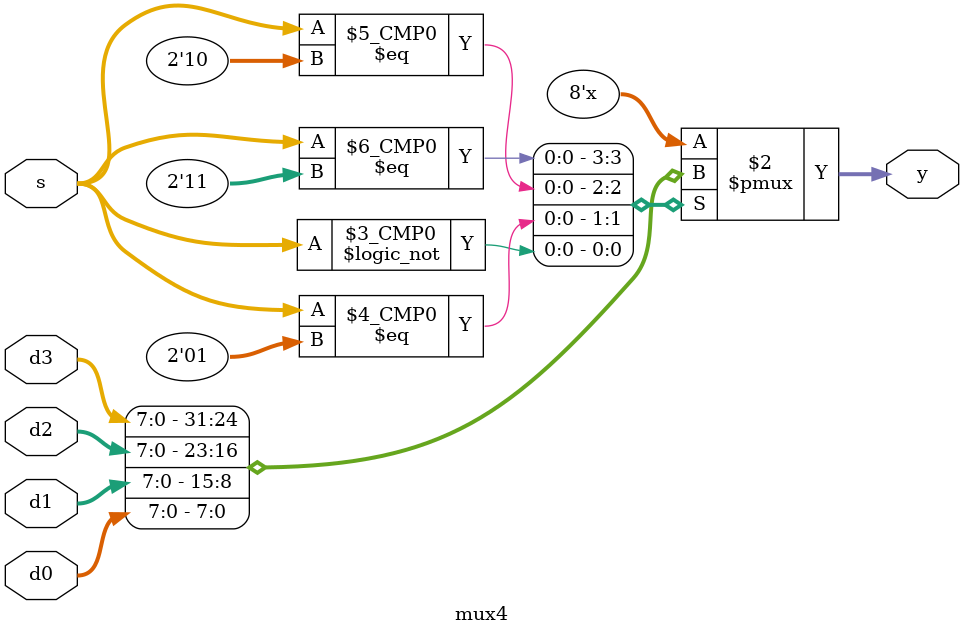
<source format=sv>
module mux4 #(parameter WIDTH=8)
             (input  logic [WIDTH-1:0] d0, d1, d2, d3,
              input  logic [1:0]       s,
              output logic [WIDTH-1:0] y);
    always_comb
        case(s)
            2'b11: y = d3;
            2'b10: y = d2;
            2'b01: y = d1;
            2'b00: y = d0;
        endcase
endmodule

</source>
